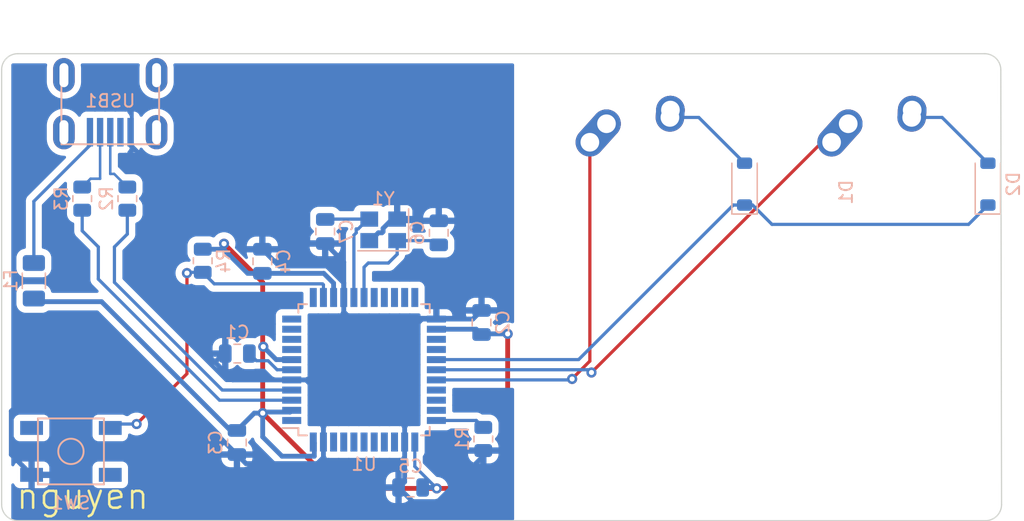
<source format=kicad_pcb>
(kicad_pcb (version 20221018) (generator pcbnew)
  (layers (0 "F.Cu" signal) (31 "B.Cu" signal) (34 "B.Paste" user) (35 "F.Paste" user) (36 "B.SilkS" user "B.Silkscreen") (37 "F.SilkS" user "F.Silkscreen") (38 "B.Mask" user) (39 "F.Mask" user) (44 "Edge.Cuts" user))
  (net 0 "")
  (net 1 "Net-(U1-UCAP)")
  (net 2 "GND")
  (net 3 "+5V")
  (net 4 "Net-(U1-XTAL1)")
  (net 5 "Net-(U1-XTAL2)")
  (net 6 "ROW0")
  (net 7 "Net-(D1-A)")
  (net 8 "Net-(D2-A)")
  (net 9 "VCC")
  (net 10 "COL0")
  (net 11 "COL1")
  (net 12 "Net-(U1-~{HWB}{slash}PE2)")
  (net 13 "D+")
  (net 14 "Net-(U1-D+)")
  (net 15 "D-")
  (net 16 "Net-(U1-D-)")
  (net 17 "Net-(U1-~{RESET})")
  (footprint "MX_Alps_Hybrid:MX-1U-NoLED" (layer "F.Cu") (at 133.985 81.915)
    (fp_text reference "MX2")
    (fp_text value "MX-NoLED")
    (pad "" np_thru_hole circle (at -5.08 0 48.0996) (size 1.75 1.75) (drill 1.75) (layers "*.Cu" "*.Mask"))
    (pad "" np_thru_hole circle (at 0 0) (size 3.9878 3.9878) (drill 3.9878) (layers "*.Cu" "*.Mask"))
    (pad "" np_thru_hole circle (at 5.08 0 48.0996) (size 1.75 1.75) (drill 1.75) (layers "*.Cu" "*.Mask"))
    (pad "1" thru_hole oval (at -3.81 -2.54 48.0996) (size 4.211556 2.25) (drill 1.47 (offset 0.980778 0)) (layers "*.Cu" "B.Mask") (net 11 "COL1"))
    (pad "1" thru_hole circle (at -2.5 -4) (size 2.25 2.25) (drill 1.47) (layers "*.Cu" "B.Mask") (net 11 "COL1"))
    (pad "2" thru_hole oval (at 2.5 -4.5 86.0548) (size 2.831378 2.25) (drill 1.47 (offset 0.290689 0)) (layers "*.Cu" "B.Mask") (net 8 "Net-(D2-A)"))
    (pad "2" thru_hole circle (at 2.54 -5.08) (size 2.25 2.25) (drill 1.47) (layers "*.Cu" "B.Mask") (net 8 "Net-(D2-A)"))
  )
  (footprint "MX_Alps_Hybrid:MX-1U-NoLED" (layer "F.Cu") (at 114.935 81.915)
    (fp_text reference "MX1")
    (fp_text value "MX-NoLED")
    (pad "" np_thru_hole circle (at -5.08 0 48.0996) (size 1.75 1.75) (drill 1.75) (layers "*.Cu" "*.Mask"))
    (pad "" np_thru_hole circle (at 0 0) (size 3.9878 3.9878) (drill 3.9878) (layers "*.Cu" "*.Mask"))
    (pad "" np_thru_hole circle (at 5.08 0 48.0996) (size 1.75 1.75) (drill 1.75) (layers "*.Cu" "*.Mask"))
    (pad "1" thru_hole oval (at -3.81 -2.54 48.0996) (size 4.211556 2.25) (drill 1.47 (offset 0.980778 0)) (layers "*.Cu" "B.Mask") (net 10 "COL0"))
    (pad "1" thru_hole circle (at -2.5 -4) (size 2.25 2.25) (drill 1.47) (layers "*.Cu" "B.Mask") (net 10 "COL0"))
    (pad "2" thru_hole oval (at 2.5 -4.5 86.0548) (size 2.831378 2.25) (drill 1.47 (offset 0.290689 0)) (layers "*.Cu" "B.Mask") (net 7 "Net-(D1-A)"))
    (pad "2" thru_hole circle (at 2.54 -5.08) (size 2.25 2.25) (drill 1.47) (layers "*.Cu" "B.Mask") (net 7 "Net-(D1-A)"))
  )
  (footprint "Crystal:Crystal_SMD_3225-4Pin_3.2x2.5mm" (layer "B.Cu") (at 94.841 86.286 180)
    (fp_text reference "Y1" (at 0 2.45) (layer "B.SilkS") (effects (justify mirror)))
    (fp_text value "Crystal_GND24_Small")
    (fp_line (start -2 -1.65) (end 2 -1.65) (stroke (width 0.12)) (layer "B.SilkS"))
    (fp_line (start -2 1.65) (end -2 -1.65) (stroke (width 0.12)) (layer "B.SilkS"))
    (pad "1" smd rect (at -1.1 -0.85 180) (size 1.4 1.2) (layers "B.Cu" "B.Paste" "B.Mask") (net 4 "Net-(U1-XTAL1)"))
    (pad "2" smd rect (at 1.1 -0.85 180) (size 1.4 1.2) (layers "B.Cu" "B.Paste" "B.Mask") (net 2 "GND"))
    (pad "3" smd rect (at 1.1 0.85 180) (size 1.4 1.2) (layers "B.Cu" "B.Paste" "B.Mask") (net 5 "Net-(U1-XTAL2)"))
    (pad "4" smd rect (at -1.1 0.85 180) (size 1.4 1.2) (layers "B.Cu" "B.Paste" "B.Mask") (net 2 "GND"))
  )
  (footprint "Capacitor_SMD:C_0805_2012Metric" (layer "B.Cu") (at 83.312 103.058 -90)
    (fp_text reference "C3" (at 0 1.68 90) (layer "B.SilkS") (effects (justify mirror)))
    (fp_text value "0.1uF")
    (fp_line (start -0.261252 -0.735) (end 0.261252 -0.735) (stroke (width 0.12)) (layer "B.SilkS"))
    (fp_line (start -0.261252 0.735) (end 0.261252 0.735) (stroke (width 0.12)) (layer "B.SilkS"))
    (pad "1" smd roundrect (at -0.95 0 270) (size 1 1.45) (layers "B.Cu" "B.Paste" "B.Mask") (net 3 "+5V"))
    (pad "2" smd roundrect (at 0.95 0 270) (size 1 1.45) (layers "B.Cu" "B.Paste" "B.Mask") (net 2 "GND"))
  )
  (footprint "Resistor_SMD:R_0805_2012Metric" (layer "B.Cu") (at 80.617 88.7225 90)
    (fp_text reference "R4" (at 0 1.65 90) (layer "B.SilkS") (effects (justify mirror)))
    (fp_text value "10k")
    (fp_line (start -0.227064 -0.735) (end 0.227064 -0.735) (stroke (width 0.12)) (layer "B.SilkS"))
    (fp_line (start -0.227064 0.735) (end 0.227064 0.735) (stroke (width 0.12)) (layer "B.SilkS"))
    (pad "1" smd roundrect (at -0.9125 0 90) (size 1.025 1.4) (layers "B.Cu" "B.Paste" "B.Mask") (roundrect_rratio 0.243902) (net 17 "Net-(U1-~{RESET})"))
    (pad "2" smd roundrect (at 0.9125 0 90) (size 1.025 1.4) (layers "B.Cu" "B.Paste" "B.Mask") (roundrect_rratio 0.243902) (net 3 "+5V"))
  )
  (footprint "Capacitor_SMD:C_0805_2012Metric" (layer "B.Cu") (at 90.269 86.413 90)
    (fp_text reference "C7" (at 0 1.68 90) (layer "B.SilkS") (effects (justify mirror)))
    (fp_text value "22pF")
    (fp_line (start -0.261252 -0.735) (end 0.261252 -0.735) (stroke (width 0.12)) (layer "B.SilkS"))
    (fp_line (start -0.261252 0.735) (end 0.261252 0.735) (stroke (width 0.12)) (layer "B.SilkS"))
    (pad "1" smd roundrect (at -0.95 0 90) (size 1 1.45) (layers "B.Cu" "B.Paste" "B.Mask") (net 2 "GND"))
    (pad "2" smd roundrect (at 0.95 0 90) (size 1 1.45) (layers "B.Cu" "B.Paste" "B.Mask") (net 5 "Net-(U1-XTAL2)"))
  )
  (footprint "Capacitor_SMD:C_0805_2012Metric" (layer "B.Cu") (at 102.588 93.591 90)
    (fp_text reference "C2" (at 0 1.68 90) (layer "B.SilkS") (effects (justify mirror)))
    (fp_text value "0.1uF")
    (fp_line (start -0.261252 -0.735) (end 0.261252 -0.735) (stroke (width 0.12)) (layer "B.SilkS"))
    (fp_line (start -0.261252 0.735) (end 0.261252 0.735) (stroke (width 0.12)) (layer "B.SilkS"))
    (pad "1" smd roundrect (at -0.95 0 90) (size 1 1.45) (layers "B.Cu" "B.Paste" "B.Mask") (net 3 "+5V"))
    (pad "2" smd roundrect (at 0.95 0 90) (size 1 1.45) (layers "B.Cu" "B.Paste" "B.Mask") (net 2 "GND"))
  )
  (footprint "random-keyboard-parts:Molex-0548190589" (layer "B.Cu") (at 73.33 74.08125 -90)
    (fp_text reference "USB1" (at 2.032 0 -360) (layer "B.SilkS") (effects (justify mirror)))
    (fp_text value "Molex-0548190589")
    (fp_line (start 0 -3.85) (end 5.45 -3.85) (stroke (width 0.15)) (layer "B.SilkS"))
    (fp_line (start 0 3.85) (end 5.45 3.85) (stroke (width 0.15)) (layer "B.SilkS"))
    (fp_line (start 5.45 3.85) (end 5.45 -3.85) (stroke (width 0.15)) (layer "B.SilkS"))
    (pad "1" smd rect (at 4.5 -1.6 270) (size 2.25 0.5) (layers "B.Cu" "B.Paste" "B.Mask") (net 2 "GND"))
    (pad "2" smd rect (at 4.5 -0.8 270) (size 2.25 0.5) (layers "B.Cu" "B.Paste" "B.Mask"))
    (pad "3" smd rect (at 4.5 0 270) (size 2.25 0.5) (layers "B.Cu" "B.Paste" "B.Mask") (net 13 "D+"))
    (pad "4" smd rect (at 4.5 0.8 270) (size 2.25 0.5) (layers "B.Cu" "B.Paste" "B.Mask") (net 15 "D-"))
    (pad "5" smd rect (at 4.5 1.6 270) (size 2.25 0.5) (layers "B.Cu" "B.Paste" "B.Mask") (net 9 "VCC"))
    (pad "6" thru_hole oval (at 0 -3.65 270) (size 2.7 1.7) (drill oval 1.9 0.7) (layers "*.Cu" "*.Mask"))
    (pad "6" thru_hole oval (at 0 3.65 270) (size 2.7 1.7) (drill oval 1.9 0.7) (layers "*.Cu" "*.Mask"))
    (pad "6" thru_hole oval (at 4.5 -3.65 270) (size 2.7 1.7) (drill oval 1.9 0.7) (layers "*.Cu" "*.Mask"))
    (pad "6" thru_hole oval (at 4.5 3.65 270) (size 2.7 1.7) (drill oval 1.9 0.7) (layers "*.Cu" "*.Mask"))
  )
  (footprint "Diode_SMD:D_SOD-123" (layer "B.Cu") (at 123.317 82.677 90)
    (fp_text reference "D1" (at -0.635 8.001 90) (layer "B.SilkS") (effects (justify mirror)))
    (fp_text value "D_Small")
    (fp_line (start -2.36 -1) (end 1.65 -1) (stroke (width 0.12)) (layer "B.SilkS"))
    (fp_line (start -2.36 1) (end -2.36 -1) (stroke (width 0.12)) (layer "B.SilkS"))
    (fp_line (start -2.36 1) (end 1.65 1) (stroke (width 0.12)) (layer "B.SilkS"))
    (pad "1" smd roundrect (at -1.65 0 90) (size 0.9 1.2) (layers "B.Cu" "B.Paste" "B.Mask") (net 6 "ROW0"))
    (pad "2" smd roundrect (at 1.65 0 90) (size 0.9 1.2) (layers "B.Cu" "B.Paste" "B.Mask") (net 7 "Net-(D1-A)"))
  )
  (footprint "Fuse:Fuse_1206_3216Metric" (layer "B.Cu") (at 67.31 90.3 -90)
    (fp_text reference "F1" (at 0 1.82 90) (layer "B.SilkS") (effects (justify mirror)))
    (fp_text value "500mA")
    (fp_line (start -0.602064 -0.91) (end 0.602064 -0.91) (stroke (width 0.12)) (layer "B.SilkS"))
    (fp_line (start -0.602064 0.91) (end 0.602064 0.91) (stroke (width 0.12)) (layer "B.SilkS"))
    (pad "1" smd roundrect (at -1.4 0 270) (size 1.25 1.75) (layers "B.Cu" "B.Paste" "B.Mask") (roundrect_rratio 0.2) (net 9 "VCC"))
    (pad "2" smd roundrect (at 1.4 0 270) (size 1.25 1.75) (layers "B.Cu" "B.Paste" "B.Mask") (roundrect_rratio 0.2) (net 3 "+5V"))
  )
  (footprint "Resistor_SMD:R_0805_2012Metric" (layer "B.Cu") (at 102.728 102.781 -90)
    (fp_text reference "R1" (at 0 1.65 90) (layer "B.SilkS") (effects (justify mirror)))
    (fp_text value "10k")
    (fp_line (start -0.227064 -0.735) (end 0.227064 -0.735) (stroke (width 0.12)) (layer "B.SilkS"))
    (fp_line (start -0.227064 0.735) (end 0.227064 0.735) (stroke (width 0.12)) (layer "B.SilkS"))
    (pad "1" smd roundrect (at -0.9125 0 270) (size 1.025 1.4) (layers "B.Cu" "B.Paste" "B.Mask") (roundrect_rratio 0.243902) (net 12 "Net-(U1-~{HWB}{slash}PE2)"))
    (pad "2" smd roundrect (at 0.9125 0 270) (size 1.025 1.4) (layers "B.Cu" "B.Paste" "B.Mask") (roundrect_rratio 0.243902) (net 2 "GND"))
  )
  (footprint "Package_QFP:TQFP-44_10x10mm_P0.8mm" (layer "B.Cu") (at 93.33 97.32)
    (fp_text reference "U1" (at 0 7.45) (layer "B.SilkS") (effects (justify mirror)))
    (fp_text value "ATmega32U4-A")
    (fp_line (start -5.175 -5.175) (end -5.175 -4.5) (stroke (width 0.15)) (layer "B.SilkS"))
    (fp_line (start -5.175 -5.175) (end -4.5 -5.175) (stroke (width 0.15)) (layer "B.SilkS"))
    (fp_line (start -5.175 4.6) (end -6.45 4.6) (stroke (width 0.15)) (layer "B.SilkS"))
    (fp_line (start -5.175 5.175) (end -5.175 4.6) (stroke (width 0.15)) (layer "B.SilkS"))
    (fp_line (start -5.175 5.175) (end -4.5 5.175) (stroke (width 0.15)) (layer "B.SilkS"))
    (fp_line (start 5.175 -5.175) (end 4.5 -5.175) (stroke (width 0.15)) (layer "B.SilkS"))
    (fp_line (start 5.175 -5.175) (end 5.175 -4.5) (stroke (width 0.15)) (layer "B.SilkS"))
    (fp_line (start 5.175 5.175) (end 4.5 5.175) (stroke (width 0.15)) (layer "B.SilkS"))
    (fp_line (start 5.175 5.175) (end 5.175 4.5) (stroke (width 0.15)) (layer "B.SilkS"))
    (pad "1" smd rect (at -5.7 4) (size 1.5 0.55) (layers "B.Cu" "B.Paste" "B.Mask"))
    (pad "2" smd rect (at -5.7 3.2) (size 1.5 0.55) (layers "B.Cu" "B.Paste" "B.Mask") (net 3 "+5V"))
    (pad "3" smd rect (at -5.7 2.4) (size 1.5 0.55) (layers "B.Cu" "B.Paste" "B.Mask") (net 16 "Net-(U1-D-)"))
    (pad "4" smd rect (at -5.7 1.6) (size 1.5 0.55) (layers "B.Cu" "B.Paste" "B.Mask") (net 14 "Net-(U1-D+)"))
    (pad "5" smd rect (at -5.7 0.8) (size 1.5 0.55) (layers "B.Cu" "B.Paste" "B.Mask") (net 2 "GND"))
    (pad "6" smd rect (at -5.7 0) (size 1.5 0.55) (layers "B.Cu" "B.Paste" "B.Mask") (net 1 "Net-(U1-UCAP)"))
    (pad "7" smd rect (at -5.7 -0.8) (size 1.5 0.55) (layers "B.Cu" "B.Paste" "B.Mask") (net 3 "+5V"))
    (pad "8" smd rect (at -5.7 -1.6) (size 1.5 0.55) (layers "B.Cu" "B.Paste" "B.Mask"))
    (pad "9" smd rect (at -5.7 -2.4) (size 1.5 0.55) (layers "B.Cu" "B.Paste" "B.Mask"))
    (pad "10" smd rect (at -5.7 -3.2) (size 1.5 0.55) (layers "B.Cu" "B.Paste" "B.Mask"))
    (pad "11" smd rect (at -5.7 -4) (size 1.5 0.55) (layers "B.Cu" "B.Paste" "B.Mask"))
    (pad "12" smd rect (at -4 -5.7 270) (size 1.5 0.55) (layers "B.Cu" "B.Paste" "B.Mask"))
    (pad "13" smd rect (at -3.2 -5.7 270) (size 1.5 0.55) (layers "B.Cu" "B.Paste" "B.Mask") (net 17 "Net-(U1-~{RESET})"))
    (pad "14" smd rect (at -2.4 -5.7 270) (size 1.5 0.55) (layers "B.Cu" "B.Paste" "B.Mask") (net 3 "+5V"))
    (pad "15" smd rect (at -1.6 -5.7 270) (size 1.5 0.55) (layers "B.Cu" "B.Paste" "B.Mask") (net 2 "GND"))
    (pad "16" smd rect (at -0.8 -5.7 270) (size 1.5 0.55) (layers "B.Cu" "B.Paste" "B.Mask") (net 5 "Net-(U1-XTAL2)"))
    (pad "17" smd rect (at 0 -5.7 270) (size 1.5 0.55) (layers "B.Cu" "B.Paste" "B.Mask") (net 4 "Net-(U1-XTAL1)"))
    (pad "18" smd rect (at 0.8 -5.7 270) (size 1.5 0.55) (layers "B.Cu" "B.Paste" "B.Mask"))
    (pad "19" smd rect (at 1.6 -5.7 270) (size 1.5 0.55) (layers "B.Cu" "B.Paste" "B.Mask"))
    (pad "20" smd rect (at 2.4 -5.7 270) (size 1.5 0.55) (layers "B.Cu" "B.Paste" "B.Mask"))
    (pad "21" smd rect (at 3.2 -5.7 270) (size 1.5 0.55) (layers "B.Cu" "B.Paste" "B.Mask"))
    (pad "22" smd rect (at 4 -5.7 270) (size 1.5 0.55) (layers "B.Cu" "B.Paste" "B.Mask"))
    (pad "23" smd rect (at 5.7 -4) (size 1.5 0.55) (layers "B.Cu" "B.Paste" "B.Mask") (net 2 "GND"))
    (pad "24" smd rect (at 5.7 -3.2) (size 1.5 0.55) (layers "B.Cu" "B.Paste" "B.Mask") (net 3 "+5V"))
    (pad "25" smd rect (at 5.7 -2.4) (size 1.5 0.55) (layers "B.Cu" "B.Paste" "B.Mask"))
    (pad "26" smd rect (at 5.7 -1.6) (size 1.5 0.55) (layers "B.Cu" "B.Paste" "B.Mask"))
    (pad "27" smd rect (at 5.7 -0.8) (size 1.5 0.55) (layers "B.Cu" "B.Paste" "B.Mask") (net 6 "ROW0"))
    (pad "28" smd rect (at 5.7 0) (size 1.5 0.55) (layers "B.Cu" "B.Paste" "B.Mask") (net 11 "COL1"))
    (pad "29" smd rect (at 5.7 0.8) (size 1.5 0.55) (layers "B.Cu" "B.Paste" "B.Mask") (net 10 "COL0"))
    (pad "30" smd rect (at 5.7 1.6) (size 1.5 0.55) (layers "B.Cu" "B.Paste" "B.Mask"))
    (pad "31" smd rect (at 5.7 2.4) (size 1.5 0.55) (layers "B.Cu" "B.Paste" "B.Mask"))
    (pad "32" smd rect (at 5.7 3.2) (size 1.5 0.55) (layers "B.Cu" "B.Paste" "B.Mask"))
    (pad "33" smd rect (at 5.7 4) (size 1.5 0.55) (layers "B.Cu" "B.Paste" "B.Mask") (net 12 "Net-(U1-~{HWB}{slash}PE2)"))
    (pad "34" smd rect (at 4 5.7 270) (size 1.5 0.55) (layers "B.Cu" "B.Paste" "B.Mask") (net 3 "+5V"))
    (pad "35" smd rect (at 3.2 5.7 270) (size 1.5 0.55) (layers "B.Cu" "B.Paste" "B.Mask") (net 2 "GND"))
    (pad "36" smd rect (at 2.4 5.7 270) (size 1.5 0.55) (layers "B.Cu" "B.Paste" "B.Mask"))
    (pad "37" smd rect (at 1.6 5.7 270) (size 1.5 0.55) (layers "B.Cu" "B.Paste" "B.Mask"))
    (pad "38" smd rect (at 0.8 5.7 270) (size 1.5 0.55) (layers "B.Cu" "B.Paste" "B.Mask"))
    (pad "39" smd rect (at 0 5.7 270) (size 1.5 0.55) (layers "B.Cu" "B.Paste" "B.Mask"))
    (pad "40" smd rect (at -0.8 5.7 270) (size 1.5 0.55) (layers "B.Cu" "B.Paste" "B.Mask"))
    (pad "41" smd rect (at -1.6 5.7 270) (size 1.5 0.55) (layers "B.Cu" "B.Paste" "B.Mask"))
    (pad "42" smd rect (at -2.4 5.7 270) (size 1.5 0.55) (layers "B.Cu" "B.Paste" "B.Mask"))
    (pad "43" smd rect (at -3.2 5.7 270) (size 1.5 0.55) (layers "B.Cu" "B.Paste" "B.Mask") (net 2 "GND"))
    (pad "44" smd rect (at -4 5.7 270) (size 1.5 0.55) (layers "B.Cu" "B.Paste" "B.Mask") (net 3 "+5V"))
  )
  (footprint "Capacitor_SMD:C_0805_2012Metric" (layer "B.Cu") (at 99.21875 86.51875 -90)
    (fp_text reference "C6" (at 0 1.68 90) (layer "B.SilkS") (effects (justify mirror)))
    (fp_text value "22pF")
    (fp_line (start -0.261252 -0.735) (end 0.261252 -0.735) (stroke (width 0.12)) (layer "B.SilkS"))
    (fp_line (start -0.261252 0.735) (end 0.261252 0.735) (stroke (width 0.12)) (layer "B.SilkS"))
    (pad "1" smd roundrect (at -0.95 0 270) (size 1 1.45) (layers "B.Cu" "B.Paste" "B.Mask") (net 2 "GND"))
    (pad "2" smd roundrect (at 0.95 0 270) (size 1 1.45) (layers "B.Cu" "B.Paste" "B.Mask") (net 4 "Net-(U1-XTAL1)"))
  )
  (footprint "Resistor_SMD:R_0805_2012Metric" (layer "B.Cu") (at 71.12 83.82 -90)
    (fp_text reference "R3" (at 0 1.65 90) (layer "B.SilkS") (effects (justify mirror)))
    (fp_text value "22")
    (fp_line (start -0.227064 -0.735) (end 0.227064 -0.735) (stroke (width 0.12)) (layer "B.SilkS"))
    (fp_line (start -0.227064 0.735) (end 0.227064 0.735) (stroke (width 0.12)) (layer "B.SilkS"))
    (pad "1" smd roundrect (at -0.9125 0 270) (size 1.025 1.4) (layers "B.Cu" "B.Paste" "B.Mask") (roundrect_rratio 0.243902) (net 15 "D-"))
    (pad "2" smd roundrect (at 0.9125 0 270) (size 1.025 1.4) (layers "B.Cu" "B.Paste" "B.Mask") (roundrect_rratio 0.243902) (net 16 "Net-(U1-D-)"))
  )
  (footprint "Capacitor_SMD:C_0805_2012Metric" (layer "B.Cu") (at 85.316 88.765 90)
    (fp_text reference "C4" (at 0 1.68 90) (layer "B.SilkS") (effects (justify mirror)))
    (fp_text value "0.1uF")
    (fp_line (start -0.261252 -0.735) (end 0.261252 -0.735) (stroke (width 0.12)) (layer "B.SilkS"))
    (fp_line (start -0.261252 0.735) (end 0.261252 0.735) (stroke (width 0.12)) (layer "B.SilkS"))
    (pad "1" smd roundrect (at -0.95 0 90) (size 1 1.45) (layers "B.Cu" "B.Paste" "B.Mask") (net 3 "+5V"))
    (pad "2" smd roundrect (at 0.95 0 90) (size 1 1.45) (layers "B.Cu" "B.Paste" "B.Mask") (net 2 "GND"))
  )
  (footprint "Capacitor_SMD:C_0805_2012Metric" (layer "B.Cu") (at 97 106.606 180)
    (fp_text reference "C5" (at 0 1.68) (layer "B.SilkS") (effects (justify mirror)))
    (fp_text value "0.1uF")
    (fp_line (start -0.261252 -0.735) (end 0.261252 -0.735) (stroke (width 0.12)) (layer "B.SilkS"))
    (fp_line (start -0.261252 0.735) (end 0.261252 0.735) (stroke (width 0.12)) (layer "B.SilkS"))
    (pad "1" smd roundrect (at -0.95 0 180) (size 1 1.45) (layers "B.Cu" "B.Paste" "B.Mask") (net 3 "+5V"))
    (pad "2" smd roundrect (at 0.95 0 180) (size 1 1.45) (layers "B.Cu" "B.Paste" "B.Mask") (net 2 "GND"))
  )
  (footprint "Resistor_SMD:R_0805_2012Metric" (layer "B.Cu") (at 74.676 83.82 -90)
    (fp_text reference "R2" (at 0 1.65 90) (layer "B.SilkS") (effects (justify mirror)))
    (fp_text value "22")
    (fp_line (start -0.227064 -0.735) (end 0.227064 -0.735) (stroke (width 0.12)) (layer "B.SilkS"))
    (fp_line (start -0.227064 0.735) (end 0.227064 0.735) (stroke (width 0.12)) (layer "B.SilkS"))
    (pad "1" smd roundrect (at -0.9125 0 270) (size 1.025 1.4) (layers "B.Cu" "B.Paste" "B.Mask") (roundrect_rratio 0.243902) (net 13 "D+"))
    (pad "2" smd roundrect (at 0.9125 0 270) (size 1.025 1.4) (layers "B.Cu" "B.Paste" "B.Mask") (roundrect_rratio 0.243902) (net 14 "Net-(U1-D+)"))
  )
  (footprint "random-keyboard-parts:SKQG-1155865" (layer "B.Cu") (at 70.231 103.759 180)
    (fp_text reference "SW1" (at 0 -4.064) (layer "B.SilkS") (effects (justify mirror)))
    (fp_text value "SW_Push")
    (fp_line (start -2.6 -2.6) (end -2.6 2.6) (stroke (width 0.15)) (layer "B.SilkS"))
    (fp_line (start -2.6 2.6) (end 2.6 2.6) (stroke (width 0.15)) (layer "B.SilkS"))
    (fp_line (start 2.6 -2.6) (end -2.6 -2.6) (stroke (width 0.15)) (layer "B.SilkS"))
    (fp_line (start 2.6 2.6) (end 2.6 -2.6) (stroke (width 0.15)) (layer "B.SilkS"))
    (fp_circle (center 0 0) (end 1 0) (stroke (width 0.15)) (fill none) (layer "B.SilkS"))
    (pad "1" smd rect (at 3.1 -1.85 180) (size 1.8 1.1) (layers "B.Cu" "B.Paste" "B.Mask") (net 2 "GND"))
    (pad "2" smd rect (at -3.1 1.85 180) (size 1.8 1.1) (layers "B.Cu" "B.Paste" "B.Mask") (net 17 "Net-(U1-~{RESET})"))
    (pad "3" smd rect (at 3.1 1.85 180) (size 1.8 1.1) (layers "B.Cu" "B.Paste" "B.Mask"))
    (pad "4" smd rect (at -3.1 -1.85 180) (size 1.8 1.1) (layers "B.Cu" "B.Paste" "B.Mask"))
  )
  (footprint "Diode_SMD:D_SOD-123" (layer "B.Cu") (at 142.494 82.677 90)
    (fp_text reference "D2" (at 0 2 90) (layer "B.SilkS") (effects (justify mirror)))
    (fp_text value "D_Small")
    (fp_line (start -2.36 -1) (end 1.65 -1) (stroke (width 0.12)) (layer "B.SilkS"))
    (fp_line (start -2.36 1) (end -2.36 -1) (stroke (width 0.12)) (layer "B.SilkS"))
    (fp_line (start -2.36 1) (end 1.65 1) (stroke (width 0.12)) (layer "B.SilkS"))
    (pad "1" smd roundrect (at -1.65 0 90) (size 0.9 1.2) (layers "B.Cu" "B.Paste" "B.Mask") (net 6 "ROW0"))
    (pad "2" smd roundrect (at 1.65 0 90) (size 0.9 1.2) (layers "B.Cu" "B.Paste" "B.Mask") (net 8 "Net-(D2-A)"))
  )
  (footprint "Capacitor_SMD:C_0805_2012Metric" (layer "B.Cu") (at 83.34375 96.04375 180)
    (fp_text reference "C1" (at 0 1.68) (layer "B.SilkS") (effects (justify mirror)))
    (fp_text value "1uF")
    (fp_line (start -0.261252 -0.735) (end 0.261252 -0.735) (stroke (width 0.12)) (layer "B.SilkS"))
    (fp_line (start -0.261252 0.735) (end 0.261252 0.735) (stroke (width 0.12)) (layer "B.SilkS"))
    (pad "1" smd roundrect (at -0.95 0 180) (size 1 1.45) (layers "B.Cu" "B.Paste" "B.Mask") (net 1 "Net-(U1-UCAP)"))
    (pad "2" smd roundrect (at 0.95 0 180) (size 1 1.45) (layers "B.Cu" "B.Paste" "B.Mask") (net 2 "GND"))
  )
  (gr_line (start 142.24 72.39) (end 66.04 72.39) (stroke (width 0.1)) (layer "Edge.Cuts"))
  (gr_arc (start 64.77 73.66) (mid 65.141974 72.761974) (end 66.04 72.39) (stroke (width 0.1)) (layer "Edge.Cuts"))
  (gr_arc (start 143.568987 107.954513) (mid 143.197013 108.852539) (end 142.298987 109.224513) (stroke (width 0.1)) (layer "Edge.Cuts"))
  (gr_line (start 64.77 73.66) (end 64.77 107.95) (stroke (width 0.1)) (layer "Edge.Cuts"))
  (gr_line (start 143.568987 107.954513) (end 143.51 73.66) (stroke (width 0.1)) (layer "Edge.Cuts"))
  (gr_line (start 66.04 109.22) (end 142.298987 109.224513) (stroke (width 0.1)) (layer "Edge.Cuts"))
  (gr_arc (start 142.24 72.39) (mid 143.138026 72.761974) (end 143.51 73.66) (stroke (width 0.1)) (layer "Edge.Cuts"))
  (gr_arc (start 66.04 109.22) (mid 65.141974 108.848026) (end 64.77 107.95) (stroke (width 0.1)) (layer "Edge.Cuts"))
  (gr_text "nguyen" (at 65.786 108.458) (layer "F.SilkS") (effects (font (size 2 2) (thickness 0.2)) (justify left bottom)))
  (segment (start 84.29375 96.04375) (end 84.856806 96.606806) (width 0.254) (layer "B.Cu") (net 1))
  (segment (start 84.856806 96.606806) (end 85.765194 96.606806) (width 0.254) (layer "B.Cu") (net 1))
  (segment (start 86.478388 97.32) (end 87.63 97.32) (width 0.254) (layer "B.Cu") (net 1))
  (segment (start 85.765194 96.606806) (end 86.478388 97.32) (width 0.254) (layer "B.Cu") (net 1))
  (segment (start 101.909 93.32) (end 99.03 93.32) (width 0.381) (layer "B.Cu") (net 2))
  (segment (start 90.13 104.239658) (end 90.13 103.02) (width 0.381) (layer "B.Cu") (net 2))
  (segment (start 78.872 99.568) (end 83.312 104.008) (width 0.381) (layer "B.Cu") (net 2))
  (segment (start 94.73925 86.51875) (end 94.8315 86.4265) (width 0.381) (layer "B.Cu") (net 2))
  (segment (start 87.63 98.12) (end 82.976856 98.12) (width 0.381) (layer "B.Cu") (net 2))
  (segment (start 90.396658 89.134) (end 91.73 90.467342) (width 0.381) (layer "B.Cu") (net 2))
  (segment (start 96.012 97.033) (end 96.012 95.207) (width 0.381) (layer "B.Cu") (net 2))
  (segment (start 96.012 99.568) (end 90.13 99.568) (width 0.381) (layer "B.Cu") (net 2))
  (segment (start 90.269 87.363) (end 91.73 88.824) (width 0.381) (layer "B.Cu") (net 2))
  (segment (start 95.941 85.436) (end 95.941 84.24025) (width 0.381) (layer "B.Cu") (net 2))
  (segment (start 91.73 91.62) (end 91.73 92.751) (width 0.381) (layer "B.Cu") (net 2))
  (segment (start 87.63 98.12) (end 88.761 98.12) (width 0.381) (layer "B.Cu") (net 2))
  (segment (start 94.8315 86.1645) (end 95.56 85.436) (width 0.381) (layer "B.Cu") (net 2))
  (segment (start 88.761 98.12) (end 90.13 99.489) (width 0.381) (layer "B.Cu") (net 2))
  (segment (start 95.25 83.34375) (end 89.69375 83.34375) (width 0.381) (layer "B.Cu") (net 2))
  (segment (start 65.532 104.01) (end 65.532 100.584) (width 0.381) (layer "B.Cu") (net 2))
  (segment (start 102.588 92.641) (end 101.909 93.32) (width 0.381) (layer "B.Cu") (net 2))
  (segment (start 96.012 97.033) (end 96.012 99.568) (width 0.381) (layer "B.Cu") (net 2))
  (segment (start 82.976856 98.12) (end 81.582428 96.725572) (width 0.381) (layer "B.Cu") (net 2))
  (segment (start 82.26425 96.04375) (end 81.582428 96.725572) (width 0.381) (layer "B.Cu") (net 2))
  (segment (start 89.69375 83.34375) (end 88.9 84.1375) (width 0.381) (layer "B.Cu") (net 2))
  (segment (start 97.1655 107.7215) (end 99.0345 107.7215) (width 0.381) (layer "B.Cu") (net 2))
  (segment (start 86.635 89.134) (end 90.396658 89.134) (width 0.381) (layer "B.Cu") (net 2))
  (segment (start 78.280428 93.423572) (end 78.280428 82.965428) (width 0.381) (layer "B.Cu") (net 2))
  (segment (start 95.941 84.24025) (end 96.04375 84.1375) (width 0.381) (layer "B.Cu") (net 2))
  (segment (start 84.025 104.721) (end 89.648658 104.721) (width 0.381) (layer "B.Cu") (net 2))
  (segment (start 96.53 103.02) (end 96.53 100.086) (width 0.381) (layer "B.Cu") (net 2))
  (segment (start 99.06 107.696) (end 99.161936 107.696) (width 0.381) (layer "B.Cu") (net 2))
  (segment (start 67.131 105.609) (end 65.532 104.01) (width 0.381) (layer "B.Cu") (net 2))
  (segment (start 65.532 100.584) (end 66.548 99.568) (width 0.381) (layer "B.Cu") (net 2))
  (segment (start 94.45625 86.51875) (end 94.73925 86.51875) (width 0.381) (layer "B.Cu") (net 2))
  (segment (start 90.13 99.489) (end 90.13 99.568) (width 0.381) (layer "B.Cu") (net 2))
  (segment (start 96.05 106.606) (end 96.05 106.642) (width 0.381) (layer "B.Cu") (net 2))
  (segment (start 83.312 104.008) (end 84.025 104.721) (width 0.381) (layer "B.Cu") (net 2))
  (segment (start 93.839 87.136) (end 94.45625 86.51875) (width 0.381) (layer "B.Cu") (net 2))
  (segment (start 91.73 90.467342) (end 91.73 91.62) (width 0.381) (layer "B.Cu") (net 2))
  (segment (start 96.012 95.207) (end 97.899 93.32) (width 0.381) (layer "B.Cu") (net 2))
  (segment (start 95.56 85.436) (end 95.941 85.436) (width 0.381) (layer "B.Cu") (net 2))
  (segment (start 91.73 92.751) (end 96.012 97.033) (width 0.381) (layer "B.Cu") (net 2))
  (segment (start 99.161936 107.696) (end 102.728 104.129936) (width 0.381) (layer "B.Cu") (net 2))
  (segment (start 99.0345 107.7215) (end 99.06 107.696) (width 0.381) (layer "B.Cu") (net 2))
  (segment (start 94.8315 86.4265) (end 94.8315 86.1645) (width 0.381) (layer "B.Cu") (net 2))
  (segment (start 66.548 99.568) (end 78.872 99.568) (width 0.381) (layer "B.Cu") (net 2))
  (segment (start 81.582428 96.725572) (end 78.280428 93.423572) (width 0.381) (layer "B.Cu") (net 2))
  (segment (start 88.9 87.3125) (end 90.2185 87.3125) (width 0.381) (layer "B.Cu") (net 2))
  (segment (start 85.316 87.815) (end 86.635 89.134) (width 0.381) (layer "B.Cu") (net 2))
  (segment (start 96.07375 85.56875) (end 95.941 85.436) (width 0.381) (layer "B.Cu") (net 2))
  (segment (start 78.280428 82.965428) (end 74.93 79.615) (width 0.381) (layer "B.Cu") (net 2))
  (segment (start 89.648658 104.721) (end 90.13 104.239658) (width 0.381) (layer "B.Cu") (net 2))
  (segment (start 96.05 106.642) (end 96.53 106.162) (width 0.381) (layer "B.Cu") (net 2))
  (segment (start 96.05 106.606) (end 97.1655 107.7215) (width 0.381) (layer "B.Cu") (net 2))
  (segment (start 82.39375 96.04375) (end 82.26425 96.04375) (width 0.381) (layer "B.Cu") (net 2))
  (segment (start 102.728 104.129936) (end 102.728 103.6935) (width 0.381) (layer "B.Cu") (net 2))
  (segment (start 99.21875 85.56875) (end 96.07375 85.56875) (width 0.381) (layer "B.Cu") (net 2))
  (segment (start 96.04375 84.1375) (end 95.25 83.34375) (width 0.381) (layer "B.Cu") (net 2))
  (segment (start 88.9 84.1375) (end 88.9 87.3125) (width 0.381) (layer "B.Cu") (net 2))
  (segment (start 96.53 100.086) (end 96.012 99.568) (width 0.381) (layer "B.Cu") (net 2))
  (segment (start 74.93 79.615) (end 74.93 78.74) (width 0.381) (layer "B.Cu") (net 2))
  (segment (start 97.899 93.32) (end 99.03 93.32) (width 0.381) (layer "B.Cu") (net 2))
  (segment (start 90.269 87.363) (end 90.2185 87.3125) (width 0.381) (layer "B.Cu") (net 2))
  (segment (start 91.73 88.824) (end 91.73 91.62) (width 0.381) (layer "B.Cu") (net 2))
  (segment (start 90.13 99.568) (end 90.13 103.02) (width 0.381) (layer "B.Cu") (net 2))
  (segment (start 99.386 85.436) (end 99.54 85.59) (width 0.381) (layer "B.Cu") (net 2))
  (segment (start 96.53 106.162) (end 96.53 103.02) (width 0.381) (layer "B.Cu") (net 2))
  (segment (start 93.741 87.136) (end 93.839 87.136) (width 0.381) (layer "B.Cu") (net 2))
  (segment (start 85.344 90.424) (end 85.344 95.504) (width 0.381) (layer "F.Cu") (net 3))
  (segment (start 98.044 106.68) (end 99.06 106.68) (width 0.381) (layer "F.Cu") (net 3))
  (segment (start 104.648 104.648) (end 104.648 94.488) (width 0.381) (layer "F.Cu") (net 3))
  (segment (start 91.285 106.68) (end 98.044 106.68) (width 0.381) (layer "F.Cu") (net 3))
  (segment (start 85.386722 95.504) (end 85.390483 95.500239) (width 0.381) (layer "F.Cu") (net 3))
  (segment (start 82.296 87.376) (end 85.344 90.424) (width 0.381) (layer "F.Cu") (net 3))
  (segment (start 85.390483 95.500239) (end 85.344 95.546722) (width 0.381) (layer "F.Cu") (net 3))
  (segment (start 85.344 100.739) (end 91.285 106.68) (width 0.381) (layer "F.Cu") (net 3))
  (segment (start 102.616 106.68) (end 104.648 104.648) (width 0.381) (layer "F.Cu") (net 3))
  (segment (start 85.344 95.504) (end 85.386722 95.504) (width 0.381) (layer "F.Cu") (net 3))
  (segment (start 99.06 106.68) (end 102.616 106.68) (width 0.381) (layer "F.Cu") (net 3))
  (segment (start 85.344 95.546722) (end 85.344 100.739) (width 0.381) (layer "F.Cu") (net 3))
  (via (at 85.344 100.739) (size 0.8) (drill 0.4) (layers "F.Cu" "B.Cu") (net 3))
  (via (at 104.648 94.488) (size 0.8) (drill 0.4) (layers "F.Cu" "B.Cu") (net 3))
  (via (at 99.06 106.68) (size 0.8) (drill 0.4) (layers "F.Cu" "B.Cu") (net 3))
  (via (at 82.296 87.376) (size 0.8) (drill 0.4) (layers "F.Cu" "B.Cu") (net 3))
  (via (at 85.390483 95.500239) (size 0.8) (drill 0.4) (layers "F.Cu" "B.Cu") (net 3))
  (segment (start 67.558 91.948) (end 72.644 91.948) (width 0.381) (layer "B.Cu") (net 3))
  (segment (start 85.316 89.715) (end 90.156 89.715) (width 0.381) (layer "B.Cu") (net 3))
  (segment (start 97.33 104.95) (end 99.06 106.68) (width 0.25) (layer "B.Cu") (net 3))
  (segment (start 98.986 106.606) (end 99.06 106.68) (width 0.381) (layer "B.Cu") (net 3))
  (segment (start 97.95 106.606) (end 98.552 106.606) (width 0.381) (layer "B.Cu") (net 3))
  (segment (start 89.408 104.14) (end 89.408 103.098) (width 0.381) (layer "B.Cu") (net 3))
  (segment (start 86.410244 96.52) (end 87.63 96.52) (width 0.381) (layer "B.Cu") (net 3))
  (segment (start 86.868 104.14) (end 89.408 104.14) (width 0.381) (layer "B.Cu") (net 3))
  (segment (start 104.648 94.488) (end 102.641 94.488) (width 0.381) (layer "B.Cu") (net 3))
  (segment (start 89.408 103.098) (end 89.33 103.02) (width 0.381) (layer "B.Cu") (net 3))
  (segment (start 85.390483 95.500239) (end 86.410244 96.52) (width 0.381) (layer "B.Cu") (net 3))
  (segment (start 98.552 106.606) (end 98.986 106.606) (width 0.381) (layer "B.Cu") (net 3))
  (segment (start 85.344 100.739) (end 85.344 102.616) (width 0.381) (layer "B.Cu") (net 3))
  (segment (start 102.641 94.488) (end 102.588 94.541) (width 0.381) (layer "B.Cu") (net 3))
  (segment (start 102.167 94.12) (end 99.03 94.12) (width 0.381) (layer "B.Cu") (net 3))
  (segment (start 72.644 91.948) (end 82.804 102.108) (width 0.381) (layer "B.Cu") (net 3))
  (segment (start 84.15875 89.715) (end 85.316 89.715) (width 0.381) (layer "B.Cu") (net 3))
  (segment (start 80.617 87.81) (end 82.25375 87.81) (width 0.381) (layer "B.Cu") (net 3))
  (segment (start 85.4285 100.6545) (end 87.4955 100.6545) (width 0.381) (layer "B.Cu") (net 3))
  (segment (start 67.31 91.7) (end 67.558 91.948) (width 0.381) (layer "B.Cu") (net 3))
  (segment (start 87.4955 100.6545) (end 87.63 100.52) (width 0.381) (layer "B.Cu") (net 3))
  (segment (start 85.344 100.739) (end 84.681 100.739) (width 0.381) (layer "B.Cu") (net 3))
  (segment (start 85.344 102.616) (end 86.868 104.14) (width 0.381) (layer "B.Cu") (net 3))
  (segment (start 85.344 100.739) (end 85.4285 100.6545) (width 0.381) (layer "B.Cu") (net 3))
  (segment (start 97.33 103.02) (end 97.33 104.95) (width 0.25) (layer "B.Cu") (net 3))
  (segment (start 82.25375 87.81) (end 84.15875 89.715) (width 0.381) (layer "B.Cu") (net 3))
  (segment (start 82.296 87.884) (end 82.296 87.376) (width 0.381) (layer "B.Cu") (net 3))
  (segment (start 90.156 89.715) (end 90.93 90.489) (width 0.381) (layer "B.Cu") (net 3))
  (segment (start 102.588 94.541) (end 102.167 94.12) (width 0.381) (layer "B.Cu") (net 3))
  (segment (start 84.681 100.739) (end 83.312 102.108) (width 0.381) (layer "B.Cu") (net 3))
  (segment (start 90.93 90.489) (end 90.93 91.62) (width 0.381) (layer "B.Cu") (net 3))
  (segment (start 82.804 102.108) (end 83.312 102.108) (width 0.381) (layer "B.Cu") (net 3))
  (segment (start 95.941 87.136) (end 95.941 88.209) (width 0.254) (layer "B.Cu") (net 4))
  (segment (start 93.33 89.2325) (end 93.33 91.62) (width 0.254) (layer "B.Cu") (net 4))
  (segment (start 93.6625 88.9) (end 93.33 89.2325) (width 0.254) (layer "B.Cu") (net 4))
  (segment (start 98.886 87.136) (end 95.941 87.136) (width 0.254) (layer "B.Cu") (net 4))
  (segment (start 95.25 88.9) (end 93.6625 88.9) (width 0.254) (layer "B.Cu") (net 4))
  (segment (start 99.21875 87.46875) (end 98.886 87.136) (width 0.254) (layer "B.Cu") (net 4))
  (segment (start 95.941 88.209) (end 95.25 88.9) (width 0.254) (layer "B.Cu") (net 4))
  (segment (start 93.741 85.436) (end 90.296 85.436) (width 0.254) (layer "B.Cu") (net 5))
  (segment (start 92.868 86.209) (end 92.714 86.209) (width 0.254) (layer "B.Cu") (net 5))
  (segment (start 92.53 86.70275) (end 92.53 91.62) (width 0.254) (layer "B.Cu") (net 5))
  (segment (start 92.714 86.209) (end 92.714 86.51875) (width 0.254) (layer "B.Cu") (net 5))
  (segment (start 93.641 85.436) (end 92.868 86.209) (width 0.254) (layer "B.Cu") (net 5))
  (segment (start 92.714 86.51875) (end 92.53 86.70275) (width 0.254) (layer "B.Cu") (net 5))
  (segment (start 90.296 85.436) (end 90.269 85.463) (width 0.254) (layer "B.Cu") (net 5))
  (segment (start 93.741 85.436) (end 93.641 85.436) (width 0.254) (layer "B.Cu") (net 5))
  (segment (start 110.236 96.52) (end 99.03 96.52) (width 0.254) (layer "B.Cu") (net 6))
  (segment (start 140.969 85.852) (end 142.494 84.327) (width 0.254) (layer "B.Cu") (net 6))
  (segment (start 123.317 84.327) (end 123.951 84.327) (width 0.254) (layer "B.Cu") (net 6))
  (segment (start 125.476 85.852) (end 140.969 85.852) (width 0.254) (layer "B.Cu") (net 6))
  (segment (start 123.317 84.327) (end 122.429 84.327) (width 0.254) (layer "B.Cu") (net 6))
  (segment (start 122.429 84.327) (end 110.236 96.52) (width 0.254) (layer "B.Cu") (net 6))
  (segment (start 123.951 84.327) (end 125.476 85.852) (width 0.254) (layer "B.Cu") (net 6))
  (segment (start 119.705 77.415) (end 123.317 81.027) (width 0.254) (layer "B.Cu") (net 7))
  (segment (start 117.435 77.415) (end 119.705 77.415) (width 0.254) (layer "B.Cu") (net 7))
  (segment (start 138.882 77.415) (end 142.494 81.027) (width 0.254) (layer "B.Cu") (net 8))
  (segment (start 136.485 77.415) (end 138.882 77.415) (width 0.254) (layer "B.Cu") (net 8))
  (segment (start 67.31 88.9) (end 67.31 84.035) (width 0.254) (layer "B.Cu") (net 9))
  (segment (start 67.31 84.035) (end 71.73 79.615) (width 0.254) (layer "B.Cu") (net 9))
  (segment (start 71.73 79.615) (end 71.73 78.74) (width 0.254) (layer "B.Cu") (net 9))
  (segment (start 109.728 98.031866) (end 109.728 98.0465) (width 0.254) (layer "F.Cu") (net 10))
  (segment (start 111.125 79.375) (end 111.125 96.634866) (width 0.254) (layer "F.Cu") (net 10))
  (segment (start 111.125 96.634866) (end 109.728 98.031866) (width 0.254) (layer "F.Cu") (net 10))
  (via (at 109.728 98.0465) (size 0.8) (drill 0.4) (layers "F.Cu" "B.Cu") (net 10))
  (segment (start 109.6545 98.12) (end 99.03 98.12) (width 0.254) (layer "B.Cu") (net 10))
  (segment (start 112.435 78.065) (end 111.125 79.375) (width 0.254) (layer "B.Cu") (net 10))
  (segment (start 112.435 77.915) (end 112.435 78.065) (width 0.254) (layer "B.Cu") (net 10))
  (segment (start 109.728 98.0465) (end 109.6545 98.12) (width 0.254) (layer "B.Cu") (net 10))
  (segment (start 130.175 79.375) (end 129.413 79.375) (width 0.254) (layer "F.Cu") (net 11))
  (segment (start 129.413 79.375) (end 111.252 97.536) (width 0.254) (layer "F.Cu") (net 11))
  (via (at 111.252 97.536) (size 0.8) (drill 0.4) (layers "F.Cu" "B.Cu") (net 11))
  (segment (start 111.036 97.32) (end 99.03 97.32) (width 0.254) (layer "B.Cu") (net 11))
  (segment (start 111.252 97.536) (end 111.036 97.32) (width 0.254) (layer "B.Cu") (net 11))
  (segment (start 102.1795 101.32) (end 99.03 101.32) (width 0.254) (layer "B.Cu") (net 12))
  (segment (start 102.728 101.8685) (end 102.1795 101.32) (width 0.254) (layer "B.Cu") (net 12))
  (segment (start 73.33 81.87075) (end 73.33 78.74) (width 0.2) (layer "B.Cu") (net 13))
  (segment (start 73.33 81.87075) (end 73.63925 81.87075) (width 0.2) (layer "B.Cu") (net 13))
  (segment (start 73.63925 81.87075) (end 74.676 82.9075) (width 0.2) (layer "B.Cu") (net 13))
  (segment (start 82.156 98.92) (end 87.63 98.92) (width 0.254) (layer "B.Cu") (net 14))
  (segment (start 73.66 87.63) (end 73.66 90.424) (width 0.254) (layer "B.Cu") (net 14))
  (segment (start 74.676 84.7325) (end 74.676 86.614) (width 0.254) (layer "B.Cu") (net 14))
  (segment (start 74.676 86.614) (end 73.66 87.63) (width 0.254) (layer "B.Cu") (net 14))
  (segment (start 73.66 90.424) (end 82.156 98.92) (width 0.254) (layer "B.Cu") (net 14))
  (segment (start 72.53 82.25125) (end 72.53 78.74) (width 0.2) (layer "B.Cu") (net 15))
  (segment (start 71.77625 82.25125) (end 71.12 82.9075) (width 0.2) (layer "B.Cu") (net 15))
  (segment (start 72.53 82.25125) (end 71.77625 82.25125) (width 0.2) (layer "B.Cu") (net 15))
  (segment (start 71.12 84.7325) (end 71.12 86.36) (width 0.254) (layer "B.Cu") (net 16))
  (segment (start 71.12 86.36) (end 72.39 87.63) (width 0.254) (layer "B.Cu") (net 16))
  (segment (start 72.39 87.63) (end 72.39 90.17) (width 0.254) (layer "B.Cu") (net 16))
  (segment (start 72.39 90.17) (end 81.94 99.72) (width 0.254) (layer "B.Cu") (net 16))
  (segment (start 81.94 99.72) (end 87.63 99.72) (width 0.254) (layer "B.Cu") (net 16))
  (segment (start 79.375 97.63125) (end 75.40625 101.6) (width 0.254) (layer "F.Cu") (net 17))
  (segment (start 79.375 89.69375) (end 79.375 97.63125) (width 0.254) (layer "F.Cu") (net 17))
  (via (at 79.375 89.69375) (size 0.8) (drill 0.4) (layers "F.Cu" "B.Cu") (net 17))
  (via (at 75.40625 101.6) (size 0.8) (drill 0.4) (layers "F.Cu" "B.Cu") (net 17))
  (segment (start 79.43375 89.635) (end 79.375 89.69375) (width 0.254) (layer "B.Cu") (net 17))
  (segment (start 81.524 90.542) (end 90.056 90.542) (width 0.254) (layer "B.Cu") (net 17))
  (segment (start 73.64 101.6) (end 73.331 101.909) (width 0.254) (layer "B.Cu") (net 17))
  (segment (start 80.617 89.635) (end 79.43375 89.635) (width 0.254) (layer "B.Cu") (net 17))
  (segment (start 90.13 90.616) (end 90.13 91.62) (width 0.254) (layer "B.Cu") (net 17))
  (segment (start 90.056 90.542) (end 90.13 90.616) (width 0.254) (layer "B.Cu") (net 17))
  (segment (start 75.40625 101.6) (end 73.64 101.6) (width 0.254) (layer "B.Cu") (net 17))
  (segment (start 80.617 89.635) (end 81.524 90.542) (width 0.254) (layer "B.Cu") (net 17))
  (zone (net 2) (net_name "GND") (layer "B.Cu") (connect_pads (clearance 0.5)) (min_thickness 0.25) (fill yes (thermal_gap 0.5) (thermal_bridge_width 0.5) (island_removal_mode 2) (island_area_min 10))
    (polygon (pts (xy 65.532 73.152) (xy 105.156 73.152) (xy 105.156 109.22) (xy 65.532 109.22)))
  )
)
</source>
